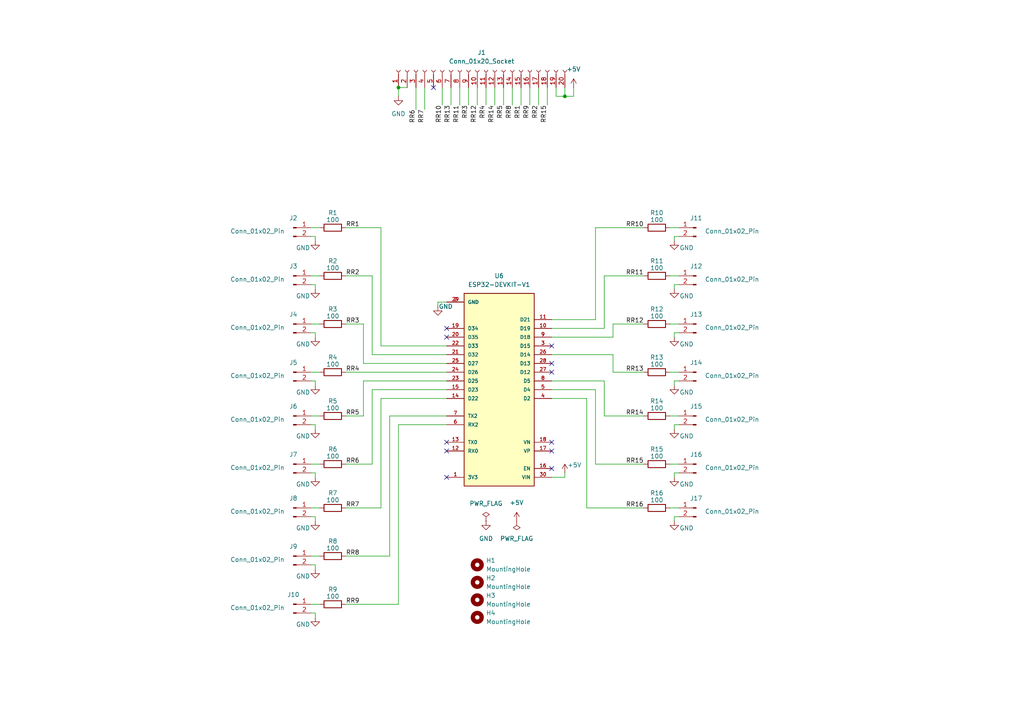
<source format=kicad_sch>
(kicad_sch (version 20231120) (generator "eeschema") (generator_version "8.0")
  (paper "A4")
  (lib_symbols
    (symbol "Connector:Conn_01x02_Pin" (pin_names (offset 1.016) hide)
      (property "Reference" "J" (at 0 2.54 0))
      (property "Value" "Conn_01x02_Pin" (at 0 -5.08 0))
      (symbol "Conn_01x02_Pin_1_1"
        (polyline (pts (xy 1.27 -2.54) (xy 0.8636 -2.54)) (stroke (width 0.1524)))
        (polyline (pts (xy 1.27 0) (xy 0.8636 0)) (stroke (width 0.1524)))
        (rectangle (start 0.8636 -2.413) (end 0 -2.667) (stroke (width 0.1524)) (fill (type outline)))
        (rectangle (start 0.8636 0.127) (end 0 -0.127) (stroke (width 0.1524)) (fill (type outline)))
        (pin passive line (at 5.08 0 180) (length 3.81) (name "Pin_1") (number "1"))
        (pin passive line (at 5.08 -2.54 180) (length 3.81) (name "Pin_2") (number "2"))
      )
    )
    (symbol "Connector:Conn_01x20_Socket" (pin_names (offset 1.016) hide)
      (property "Reference" "J" (at 0 25.4 0))
      (property "Value" "Conn_01x20_Socket" (at 0 -27.94 0))
      (symbol "Conn_01x20_Socket_1_1"
        (arc (start 0 -24.892) (mid -0.5058 -25.4) (end 0 -25.908) (stroke (width 0.1524)))
        (arc (start 0 -22.352) (mid -0.5058 -22.86) (end 0 -23.368) (stroke (width 0.1524)))
        (arc (start 0 -19.812) (mid -0.5058 -20.32) (end 0 -20.828) (stroke (width 0.1524)))
        (arc (start 0 -17.272) (mid -0.5058 -17.78) (end 0 -18.288) (stroke (width 0.1524)))
        (arc (start 0 -14.732) (mid -0.5058 -15.24) (end 0 -15.748) (stroke (width 0.1524)))
        (arc (start 0 -12.192) (mid -0.5058 -12.7) (end 0 -13.208) (stroke (width 0.1524)))
        (arc (start 0 -9.652) (mid -0.5058 -10.16) (end 0 -10.668) (stroke (width 0.1524)))
        (arc (start 0 -7.112) (mid -0.5058 -7.62) (end 0 -8.128) (stroke (width 0.1524)))
        (arc (start 0 -4.572) (mid -0.5058 -5.08) (end 0 -5.588) (stroke (width 0.1524)))
        (arc (start 0 -2.032) (mid -0.5058 -2.54) (end 0 -3.048) (stroke (width 0.1524)))
        (polyline (pts (xy -1.27 -25.4) (xy -0.508 -25.4)) (stroke (width 0.1524)))
        (polyline (pts (xy -1.27 -22.86) (xy -0.508 -22.86)) (stroke (width 0.1524)))
        (polyline (pts (xy -1.27 -20.32) (xy -0.508 -20.32)) (stroke (width 0.1524)))
        (polyline (pts (xy -1.27 -17.78) (xy -0.508 -17.78)) (stroke (width 0.1524)))
        (polyline (pts (xy -1.27 -15.24) (xy -0.508 -15.24)) (stroke (width 0.1524)))
        (polyline (pts (xy -1.27 -12.7) (xy -0.508 -12.7)) (stroke (width 0.1524)))
        (polyline (pts (xy -1.27 -10.16) (xy -0.508 -10.16)) (stroke (width 0.1524)))
        (polyline (pts (xy -1.27 -7.62) (xy -0.508 -7.62)) (stroke (width 0.1524)))
        (polyline (pts (xy -1.27 -5.08) (xy -0.508 -5.08)) (stroke (width 0.1524)))
        (polyline (pts (xy -1.27 -2.54) (xy -0.508 -2.54)) (stroke (width 0.1524)))
        (polyline (pts (xy -1.27 0) (xy -0.508 0)) (stroke (width 0.1524)))
        (polyline (pts (xy -1.27 2.54) (xy -0.508 2.54)) (stroke (width 0.1524)))
        (polyline (pts (xy -1.27 5.08) (xy -0.508 5.08)) (stroke (width 0.1524)))
        (polyline (pts (xy -1.27 7.62) (xy -0.508 7.62)) (stroke (width 0.1524)))
        (polyline (pts (xy -1.27 10.16) (xy -0.508 10.16)) (stroke (width 0.1524)))
        (polyline (pts (xy -1.27 12.7) (xy -0.508 12.7)) (stroke (width 0.1524)))
        (polyline (pts (xy -1.27 15.24) (xy -0.508 15.24)) (stroke (width 0.1524)))
        (polyline (pts (xy -1.27 17.78) (xy -0.508 17.78)) (stroke (width 0.1524)))
        (polyline (pts (xy -1.27 20.32) (xy -0.508 20.32)) (stroke (width 0.1524)))
        (polyline (pts (xy -1.27 22.86) (xy -0.508 22.86)) (stroke (width 0.1524)))
        (arc (start 0 0.508) (mid -0.5058 0) (end 0 -0.508) (stroke (width 0.1524)))
        (arc (start 0 3.048) (mid -0.5058 2.54) (end 0 2.032) (stroke (width 0.1524)))
        (arc (start 0 5.588) (mid -0.5058 5.08) (end 0 4.572) (stroke (width 0.1524)))
        (arc (start 0 8.128) (mid -0.5058 7.62) (end 0 7.112) (stroke (width 0.1524)))
        (arc (start 0 10.668) (mid -0.5058 10.16) (end 0 9.652) (stroke (width 0.1524)))
        (arc (start 0 13.208) (mid -0.5058 12.7) (end 0 12.192) (stroke (width 0.1524)))
        (arc (start 0 15.748) (mid -0.5058 15.24) (end 0 14.732) (stroke (width 0.1524)))
        (arc (start 0 18.288) (mid -0.5058 17.78) (end 0 17.272) (stroke (width 0.1524)))
        (arc (start 0 20.828) (mid -0.5058 20.32) (end 0 19.812) (stroke (width 0.1524)))
        (arc (start 0 23.368) (mid -0.5058 22.86) (end 0 22.352) (stroke (width 0.1524)))
        (pin passive line (at -5.08 22.86 0) (length 3.81) (name "Pin_1") (number "1"))
        (pin passive line (at -5.08 0 0) (length 3.81) (name "Pin_10") (number "10"))
        (pin passive line (at -5.08 -2.54 0) (length 3.81) (name "Pin_11") (number "11"))
        (pin passive line (at -5.08 -5.08 0) (length 3.81) (name "Pin_12") (number "12"))
        (pin passive line (at -5.08 -7.62 0) (length 3.81) (name "Pin_13") (number "13"))
        (pin passive line (at -5.08 -10.16 0) (length 3.81) (name "Pin_14") (number "14"))
        (pin passive line (at -5.08 -12.7 0) (length 3.81) (name "Pin_15") (number "15"))
        (pin passive line (at -5.08 -15.24 0) (length 3.81) (name "Pin_16") (number "16"))
        (pin passive line (at -5.08 -17.78 0) (length 3.81) (name "Pin_17") (number "17"))
        (pin passive line (at -5.08 -20.32 0) (length 3.81) (name "Pin_18") (number "18"))
        (pin passive line (at -5.08 -22.86 0) (length 3.81) (name "Pin_19") (number "19"))
        (pin passive line (at -5.08 20.32 0) (length 3.81) (name "Pin_2") (number "2"))
        (pin passive line (at -5.08 -25.4 0) (length 3.81) (name "Pin_20") (number "20"))
        (pin passive line (at -5.08 17.78 0) (length 3.81) (name "Pin_3") (number "3"))
        (pin passive line (at -5.08 15.24 0) (length 3.81) (name "Pin_4") (number "4"))
        (pin passive line (at -5.08 12.7 0) (length 3.81) (name "Pin_5") (number "5"))
        (pin passive line (at -5.08 10.16 0) (length 3.81) (name "Pin_6") (number "6"))
        (pin passive line (at -5.08 7.62 0) (length 3.81) (name "Pin_7") (number "7"))
        (pin passive line (at -5.08 5.08 0) (length 3.81) (name "Pin_8") (number "8"))
        (pin passive line (at -5.08 2.54 0) (length 3.81) (name "Pin_9") (number "9"))
      )
    )
    (symbol "Device:R" (pin_numbers hide) (pin_names (offset 0))
      (property "Reference" "R" (at 2.032 0 90))
      (property "Value" "R" (at 0 0 90))
      (symbol "R_0_1"
        (rectangle (start -1.016 -2.54) (end 1.016 2.54) (stroke (width 0.254)))
      )
      (symbol "R_1_1"
        (pin passive line (at 0 3.81 270) (length 1.27) (name "~") (number "1"))
        (pin passive line (at 0 -3.81 90) (length 1.27) (name "~") (number "2"))
      )
    )
    (symbol "ESP32-DEVKIT-V1:ESP32-DEVKIT-V1" (pin_names (offset 1.016))
      (property "Reference" "U" (at -10.16 30.48 0))
      (property "Value" "ESP32-DEVKIT-V1" (at -10.16 -30.48 0))
      (symbol "ESP32-DEVKIT-V1_0_0"
        (rectangle (start -10.16 -27.94) (end 10.16 27.94) (stroke (width 0.254)) (fill (type background)))
        (pin output line (at 15.24 25.4 180) (length 5.08) (name "3V3") (number "1"))
        (pin bidirectional line (at -15.24 -17.78 0) (length 5.08) (name "D19") (number "10"))
        (pin bidirectional line (at -15.24 -20.32 0) (length 5.08) (name "D21") (number "11"))
        (pin input line (at 15.24 17.78 180) (length 5.08) (name "RX0") (number "12"))
        (pin output line (at 15.24 15.24 180) (length 5.08) (name "TX0") (number "13"))
        (pin bidirectional line (at 15.24 2.54 180) (length 5.08) (name "D22") (number "14"))
        (pin bidirectional line (at 15.24 0 180) (length 5.08) (name "D23") (number "15"))
        (pin input line (at -15.24 22.86 0) (length 5.08) (name "EN") (number "16"))
        (pin bidirectional line (at -15.24 17.78 0) (length 5.08) (name "VP") (number "17"))
        (pin bidirectional line (at -15.24 15.24 0) (length 5.08) (name "VN") (number "18"))
        (pin bidirectional line (at 15.24 -17.78 180) (length 5.08) (name "D34") (number "19"))
        (pin power_in line (at 15.24 -25.4 180) (length 5.08) (name "GND") (number "2"))
        (pin bidirectional line (at 15.24 -15.24 180) (length 5.08) (name "D35") (number "20"))
        (pin bidirectional line (at 15.24 -10.16 180) (length 5.08) (name "D32") (number "21"))
        (pin bidirectional line (at 15.24 -12.7 180) (length 5.08) (name "D33") (number "22"))
        (pin bidirectional line (at 15.24 -2.54 180) (length 5.08) (name "D25") (number "23"))
        (pin bidirectional line (at 15.24 -5.08 180) (length 5.08) (name "D26") (number "24"))
        (pin bidirectional line (at 15.24 -7.62 180) (length 5.08) (name "D27") (number "25"))
        (pin bidirectional line (at -15.24 -10.16 0) (length 5.08) (name "D14") (number "26"))
        (pin bidirectional line (at -15.24 -5.08 0) (length 5.08) (name "D12") (number "27"))
        (pin bidirectional line (at -15.24 -7.62 0) (length 5.08) (name "D13") (number "28"))
        (pin power_in line (at 15.24 -25.4 180) (length 5.08) (name "GND") (number "29"))
        (pin bidirectional line (at -15.24 -12.7 0) (length 5.08) (name "D15") (number "3"))
        (pin input line (at -15.24 25.4 0) (length 5.08) (name "VIN") (number "30"))
        (pin bidirectional line (at -15.24 2.54 0) (length 5.08) (name "D2") (number "4"))
        (pin bidirectional line (at -15.24 0 0) (length 5.08) (name "D4") (number "5"))
        (pin input line (at 15.24 10.16 180) (length 5.08) (name "RX2") (number "6"))
        (pin output line (at 15.24 7.62 180) (length 5.08) (name "TX2") (number "7"))
        (pin bidirectional line (at -15.24 -2.54 0) (length 5.08) (name "D5") (number "8"))
        (pin bidirectional line (at -15.24 -15.24 0) (length 5.08) (name "D18") (number "9"))
      )
    )
    (symbol "Mechanical:MountingHole" (pin_names (offset 1.016)) (exclude_from_sim yes) (in_bom no)
      (property "Reference" "H" (at 0 5.08 0))
      (property "Value" "MountingHole" (at 0 3.175 0))
      (symbol "MountingHole_0_1"
        (circle (center 0 0) (radius 1.27) (stroke (width 1.27)))
      )
    )
    (symbol "power:+5V" (power) (pin_numbers hide) (pin_names (offset 0) hide)
      (property "Value" "+5V" (at 0 3.556 0))
      (symbol "+5V_0_1"
        (polyline (pts (xy -0.762 1.27) (xy 0 2.54)))
        (polyline (pts (xy 0 0) (xy 0 2.54)))
        (polyline (pts (xy 0 2.54) (xy 0.762 1.27)))
      )
      (symbol "+5V_1_1"
        (pin power_in line (at 0 0 90) (length 0) (name "~") (number "1"))
      )
    )
    (symbol "power:GND" (power) (pin_numbers hide) (pin_names (offset 0) hide)
      (property "Value" "GND" (at 0 -3.81 0))
      (symbol "GND_0_1"
        (polyline (pts (xy 0 0) (xy 0 -1.27) (xy 1.27 -1.27) (xy 0 -2.54) (xy -1.27 -1.27) (xy 0 -1.27)))
      )
      (symbol "GND_1_1"
        (pin power_in line (at 0 0 270) (length 0) (name "~") (number "1"))
      )
    )
    (symbol "power:PWR_FLAG" (power) (pin_numbers hide) (pin_names (offset 0) hide)
      (property "Value" "PWR_FLAG" (at 0 3.81 0))
      (symbol "PWR_FLAG_0_0"
        (pin power_out line (at 0 0 90) (length 0) (name "~") (number "1"))
      )
      (symbol "PWR_FLAG_0_1"
        (polyline (pts (xy 0 0) (xy 0 1.27) (xy -1.016 1.905) (xy 0 2.54) (xy 1.016 1.905) (xy 0 1.27)))
      )
    )
  )
  (junction (at 163.83 27.94))
  (junction (at 115.57 25.4))
  (no_connect (at 160.02 135.89))
  (no_connect (at 129.54 138.43))
  (no_connect (at 129.54 130.81))
  (no_connect (at 160.02 105.41))
  (no_connect (at 129.54 128.27))
  (no_connect (at 129.54 95.25))
  (no_connect (at 125.73 25.4))
  (no_connect (at 160.02 130.81))
  (no_connect (at 160.02 100.33))
  (no_connect (at 129.54 97.79))
  (no_connect (at 160.02 128.27))
  (no_connect (at 160.02 107.95))
  (wire (pts (xy 129.54 113.03) (xy 107.95 113.03)))
  (wire (pts (xy 186.69 66.04) (xy 172.72 66.04)))
  (wire (pts (xy 177.8 93.98) (xy 177.8 97.79)))
  (wire (pts (xy 90.17 96.52) (xy 91.44 96.52)))
  (wire (pts (xy 100.33 93.98) (xy 105.41 93.98)))
  (wire (pts (xy 107.95 102.87) (xy 129.54 102.87)))
  (wire (pts (xy 186.69 80.01) (xy 175.26 80.01)))
  (wire (pts (xy 195.58 96.52) (xy 195.58 97.79)))
  (wire (pts (xy 91.44 110.49) (xy 91.44 111.76)))
  (wire (pts (xy 91.44 96.52) (xy 91.44 97.79)))
  (wire (pts (xy 186.69 134.62) (xy 172.72 134.62)))
  (wire (pts (xy 100.33 147.32) (xy 110.49 147.32)))
  (wire (pts (xy 140.97 25.4) (xy 140.97 30.48)))
  (wire (pts (xy 135.89 25.4) (xy 135.89 30.48)))
  (wire (pts (xy 100.33 175.26) (xy 115.57 175.26)))
  (wire (pts (xy 105.41 105.41) (xy 129.54 105.41)))
  (wire (pts (xy 186.69 147.32) (xy 170.18 147.32)))
  (wire (pts (xy 196.85 93.98) (xy 194.31 93.98)))
  (wire (pts (xy 90.17 123.19) (xy 91.44 123.19)))
  (wire (pts (xy 196.85 120.65) (xy 194.31 120.65)))
  (wire (pts (xy 100.33 120.65) (xy 105.41 120.65)))
  (wire (pts (xy 91.44 149.86) (xy 91.44 151.13)))
  (wire (pts (xy 195.58 149.86) (xy 195.58 151.13)))
  (wire (pts (xy 107.95 80.01) (xy 107.95 102.87)))
  (wire (pts (xy 146.05 30.48) (xy 146.05 25.4)))
  (wire (pts (xy 129.54 110.49) (xy 105.41 110.49)))
  (wire (pts (xy 160.02 97.79) (xy 177.8 97.79)))
  (wire (pts (xy 196.85 68.58) (xy 195.58 68.58)))
  (wire (pts (xy 90.17 93.98) (xy 92.71 93.98)))
  (wire (pts (xy 110.49 115.57) (xy 129.54 115.57)))
  (wire (pts (xy 100.33 66.04) (xy 110.49 66.04)))
  (wire (pts (xy 163.83 138.43) (xy 160.02 138.43)))
  (wire (pts (xy 148.59 30.48) (xy 148.59 25.4)))
  (wire (pts (xy 196.85 96.52) (xy 195.58 96.52)))
  (wire (pts (xy 158.75 30.48) (xy 158.75 25.4)))
  (wire (pts (xy 90.17 137.16) (xy 91.44 137.16)))
  (wire (pts (xy 107.95 113.03) (xy 107.95 134.62)))
  (wire (pts (xy 160.02 102.87) (xy 177.8 102.87)))
  (wire (pts (xy 196.85 82.55) (xy 195.58 82.55)))
  (wire (pts (xy 196.85 149.86) (xy 195.58 149.86)))
  (wire (pts (xy 172.72 134.62) (xy 172.72 113.03)))
  (wire (pts (xy 196.85 123.19) (xy 195.58 123.19)))
  (wire (pts (xy 128.27 25.4) (xy 128.27 30.48)))
  (wire (pts (xy 196.85 66.04) (xy 194.31 66.04)))
  (wire (pts (xy 90.17 163.83) (xy 91.44 163.83)))
  (wire (pts (xy 90.17 120.65) (xy 92.71 120.65)))
  (wire (pts (xy 100.33 107.95) (xy 129.54 107.95)))
  (wire (pts (xy 195.58 137.16) (xy 195.58 138.43)))
  (wire (pts (xy 160.02 115.57) (xy 170.18 115.57)))
  (wire (pts (xy 90.17 161.29) (xy 92.71 161.29)))
  (wire (pts (xy 90.17 149.86) (xy 91.44 149.86)))
  (wire (pts (xy 177.8 107.95) (xy 186.69 107.95)))
  (wire (pts (xy 115.57 175.26) (xy 115.57 123.19)))
  (wire (pts (xy 115.57 123.19) (xy 129.54 123.19)))
  (wire (pts (xy 90.17 177.8) (xy 91.44 177.8)))
  (wire (pts (xy 196.85 137.16) (xy 195.58 137.16)))
  (wire (pts (xy 196.85 110.49) (xy 195.58 110.49)))
  (wire (pts (xy 91.44 68.58) (xy 91.44 69.85)))
  (wire (pts (xy 163.83 25.4) (xy 163.83 27.94)))
  (wire (pts (xy 161.29 27.94) (xy 163.83 27.94)))
  (wire (pts (xy 160.02 95.25) (xy 175.26 95.25)))
  (wire (pts (xy 90.17 175.26) (xy 92.71 175.26)))
  (wire (pts (xy 195.58 82.55) (xy 195.58 83.82)))
  (wire (pts (xy 110.49 147.32) (xy 110.49 115.57)))
  (wire (pts (xy 100.33 161.29) (xy 113.03 161.29)))
  (wire (pts (xy 115.57 25.4) (xy 115.57 27.94)))
  (wire (pts (xy 90.17 82.55) (xy 91.44 82.55)))
  (wire (pts (xy 100.33 80.01) (xy 107.95 80.01)))
  (wire (pts (xy 151.13 30.48) (xy 151.13 25.4)))
  (wire (pts (xy 91.44 177.8) (xy 91.44 179.07)))
  (wire (pts (xy 115.57 25.4) (xy 118.11 25.4)))
  (wire (pts (xy 163.83 137.16) (xy 163.83 138.43)))
  (wire (pts (xy 90.17 134.62) (xy 92.71 134.62)))
  (wire (pts (xy 153.67 30.48) (xy 153.67 25.4)))
  (wire (pts (xy 138.43 25.4) (xy 138.43 30.48)))
  (wire (pts (xy 105.41 110.49) (xy 105.41 120.65)))
  (wire (pts (xy 90.17 110.49) (xy 91.44 110.49)))
  (wire (pts (xy 160.02 92.71) (xy 172.72 92.71)))
  (wire (pts (xy 175.26 80.01) (xy 175.26 95.25)))
  (wire (pts (xy 172.72 66.04) (xy 172.72 92.71)))
  (wire (pts (xy 110.49 66.04) (xy 110.49 100.33)))
  (wire (pts (xy 91.44 123.19) (xy 91.44 124.46)))
  (wire (pts (xy 156.21 30.48) (xy 156.21 25.4)))
  (wire (pts (xy 175.26 120.65) (xy 175.26 110.49)))
  (wire (pts (xy 90.17 80.01) (xy 92.71 80.01)))
  (wire (pts (xy 120.65 25.4) (xy 120.65 31.75)))
  (wire (pts (xy 113.03 161.29) (xy 113.03 120.65)))
  (wire (pts (xy 113.03 120.65) (xy 129.54 120.65)))
  (wire (pts (xy 90.17 147.32) (xy 92.71 147.32)))
  (wire (pts (xy 130.81 25.4) (xy 130.81 30.48)))
  (wire (pts (xy 161.29 25.4) (xy 161.29 27.94)))
  (wire (pts (xy 196.85 107.95) (xy 194.31 107.95)))
  (wire (pts (xy 172.72 113.03) (xy 160.02 113.03)))
  (wire (pts (xy 90.17 68.58) (xy 91.44 68.58)))
  (wire (pts (xy 163.83 27.94) (xy 166.37 27.94)))
  (wire (pts (xy 100.33 134.62) (xy 107.95 134.62)))
  (wire (pts (xy 91.44 163.83) (xy 91.44 165.1)))
  (wire (pts (xy 195.58 68.58) (xy 195.58 69.85)))
  (wire (pts (xy 196.85 147.32) (xy 194.31 147.32)))
  (wire (pts (xy 90.17 107.95) (xy 92.71 107.95)))
  (wire (pts (xy 186.69 120.65) (xy 175.26 120.65)))
  (wire (pts (xy 170.18 147.32) (xy 170.18 115.57)))
  (wire (pts (xy 186.69 93.98) (xy 177.8 93.98)))
  (wire (pts (xy 105.41 93.98) (xy 105.41 105.41)))
  (wire (pts (xy 133.35 25.4) (xy 133.35 30.48)))
  (wire (pts (xy 91.44 82.55) (xy 91.44 83.82)))
  (wire (pts (xy 195.58 110.49) (xy 195.58 111.76)))
  (wire (pts (xy 177.8 102.87) (xy 177.8 107.95)))
  (wire (pts (xy 196.85 134.62) (xy 194.31 134.62)))
  (wire (pts (xy 196.85 80.01) (xy 194.31 80.01)))
  (wire (pts (xy 160.02 110.49) (xy 175.26 110.49)))
  (wire (pts (xy 110.49 100.33) (xy 129.54 100.33)))
  (wire (pts (xy 90.17 66.04) (xy 92.71 66.04)))
  (wire (pts (xy 91.44 137.16) (xy 91.44 138.43)))
  (wire (pts (xy 127 88.9) (xy 127 87.63)))
  (wire (pts (xy 166.37 25.4) (xy 166.37 27.94)))
  (wire (pts (xy 127 87.63) (xy 129.54 87.63)))
  (wire (pts (xy 143.51 30.48) (xy 143.51 25.4)))
  (wire (pts (xy 195.58 123.19) (xy 195.58 124.46)))
  (wire (pts (xy 123.19 25.4) (xy 123.19 31.75)))
  (label "RR11" (at 133.35 30.48 270))
  (label "RR5" (at 100.33 120.65 0))
  (label "RR5" (at 146.05 30.48 270))
  (label "RR3" (at 100.33 93.98 0))
  (label "RR6" (at 120.65 31.75 270))
  (label "RR9" (at 100.33 175.26 0))
  (label "RR2" (at 100.33 80.01 0))
  (label "RR4" (at 140.97 30.48 270))
  (label "RR14" (at 186.69 120.65 180))
  (label "RR3" (at 135.89 30.48 270))
  (label "RR13" (at 186.69 107.95 180))
  (label "RR11" (at 186.69 80.01 180))
  (label "RR15" (at 186.69 134.62 180))
  (label "RR8" (at 100.33 161.29 0))
  (label "RR12" (at 186.69 93.98 180))
  (label "RR12" (at 138.43 30.48 270))
  (label "RR1" (at 100.33 66.04 0))
  (label "RR4" (at 100.33 107.95 0))
  (label "RR7" (at 100.33 147.32 0))
  (label "RR6" (at 100.33 134.62 0))
  (label "RR1" (at 151.13 30.48 270))
  (label "RR16" (at 186.69 147.32 180))
  (label "RR10" (at 186.69 66.04 180))
  (label "RR8" (at 148.59 30.48 270))
  (label "RR14" (at 143.51 30.48 270))
  (label "RR7" (at 123.19 31.75 270))
  (label "RR9" (at 153.67 30.48 270))
  (label "RR10" (at 128.27 30.48 270))
  (label "RR15" (at 158.75 30.48 270))
  (label "RR13" (at 130.81 30.48 270))
  (label "RR2" (at 156.21 30.48 270))
  (symbol (lib_id "Connector:Conn_01x02_Pin") (at 85.09 93.98 0) (unit 1)
    (property "Reference" "J4" (at 85.09 91.186 0))
    (property "Value" "Conn_01x02_Pin" (at 74.676 94.996 0))
    (property "Footprint" "Addlibrary:PinHeader_1x02_P2.54mm_VerticalLongPads" (effects (hide yes)))
    (property "Description" "Generic connector, single row, 01x02, script generated" (effects (hide yes)))
  )
  (symbol (lib_id "Connector:Conn_01x02_Pin") (at 85.09 66.04 0) (unit 1)
    (property "Reference" "J2" (at 85.09 63.246 0))
    (property "Value" "Conn_01x02_Pin" (at 74.676 67.056 0))
    (property "Footprint" "Addlibrary:PinHeader_1x02_P2.54mm_VerticalLongPads" (effects (hide yes)))
    (property "Description" "Generic connector, single row, 01x02, script generated" (effects (hide yes)))
  )
  (symbol (lib_id "Connector:Conn_01x02_Pin") (at 85.09 161.29 0) (unit 1)
    (property "Reference" "J9" (at 85.09 158.496 0))
    (property "Value" "Conn_01x02_Pin" (at 74.676 162.306 0))
    (property "Footprint" "Addlibrary:PinHeader_1x02_P2.54mm_VerticalLongPads" (effects (hide yes)))
    (property "Description" "Generic connector, single row, 01x02, script generated" (effects (hide yes)))
  )
  (symbol (lib_id "power:GND") (at 195.58 69.85 0) (mirror y) (unit 1)
    (property "Reference" "#PWR016" (effects (hide yes)))
    (property "Value" "GND" (at 199.136 71.882 0))
    (property "Description" "Power symbol creates a global label with name \"GND\" , ground" (effects (hide yes)))
  )
  (symbol (lib_id "power:GND") (at 195.58 124.46 0) (mirror y) (unit 1)
    (property "Reference" "#PWR020" (effects (hide yes)))
    (property "Value" "GND" (at 199.136 126.492 0))
    (property "Description" "Power symbol creates a global label with name \"GND\" , ground" (effects (hide yes)))
  )
  (symbol (lib_id "power:GND") (at 195.58 138.43 0) (mirror y) (unit 1)
    (property "Reference" "#PWR021" (effects (hide yes)))
    (property "Value" "GND" (at 199.136 140.462 0))
    (property "Description" "Power symbol creates a global label with name \"GND\" , ground" (effects (hide yes)))
  )
  (symbol (lib_id "Connector:Conn_01x20_Socket") (at 138.43 20.32 90) (unit 1)
    (property "Reference" "J1" (at 139.7 15.24 90))
    (property "Value" "Conn_01x20_Socket" (at 139.7 17.78 90))
    (property "Footprint" "Addlibrary:PinSocket_2x10_P2.54mm_VerticalLongPads" (effects (hide yes)))
    (property "Description" "Generic connector, single row, 01x20, script generated" (effects (hide yes)))
  )
  (symbol (lib_id "Connector:Conn_01x02_Pin") (at 85.09 80.01 0) (unit 1)
    (property "Reference" "J3" (at 85.09 77.216 0))
    (property "Value" "Conn_01x02_Pin" (at 74.676 81.026 0))
    (property "Footprint" "Addlibrary:PinHeader_1x02_P2.54mm_VerticalLongPads" (effects (hide yes)))
    (property "Description" "Generic connector, single row, 01x02, script generated" (effects (hide yes)))
  )
  (symbol (lib_id "Mechanical:MountingHole") (at 138.43 179.07 0) (unit 1) (exclude_from_sim yes) (in_bom no)
    (property "Reference" "H4" (at 140.97 177.7999 0) (effects (justify left)))
    (property "Value" "MountingHole" (at 140.97 180.3399 0) (effects (justify left)))
    (property "Footprint" "MountingHole:MountingHole_3.2mm_M3" (effects (hide yes)))
    (property "Description" "Mounting Hole without connection" (effects (hide yes)))
  )
  (symbol (lib_id "power:GND") (at 140.97 151.13 0) (unit 1)
    (property "Reference" "#PWR014" (effects (hide yes)))
    (property "Value" "GND" (at 140.97 156.21 0))
    (property "Description" "Power symbol creates a global label with name \"GND\" , ground" (effects (hide yes)))
  )
  (symbol (lib_id "Device:R") (at 96.52 175.26 90) (unit 1)
    (property "Reference" "R9" (at 96.52 170.942 90))
    (property "Value" "100" (at 96.52 172.974 90))
    (property "Footprint" "Addlibrary:R_Axial_DIN0411_L9.9mm_D3.6mm_P12.70mm_HorizontalLONGPADS" (effects (hide yes)))
    (property "Description" "Resistor" (effects (hide yes)))
  )
  (symbol (lib_id "power:GND") (at 195.58 111.76 0) (mirror y) (unit 1)
    (property "Reference" "#PWR019" (effects (hide yes)))
    (property "Value" "GND" (at 199.136 113.792 0))
    (property "Description" "Power symbol creates a global label with name \"GND\" , ground" (effects (hide yes)))
  )
  (symbol (lib_id "power:+5V") (at 149.86 151.13 0) (unit 1)
    (property "Reference" "#PWR015" (effects (hide yes)))
    (property "Value" "+5V" (at 151.892 145.796 0) (effects (justify right)))
    (property "Description" "Power symbol creates a global label with name \"+5V\"" (effects (hide yes)))
  )
  (symbol (lib_id "Connector:Conn_01x02_Pin") (at 201.93 147.32 0) (mirror y) (unit 1)
    (property "Reference" "J17" (at 201.93 144.526 0))
    (property "Value" "Conn_01x02_Pin" (at 212.344 148.336 0))
    (property "Footprint" "Addlibrary:PinHeader_1x02_P2.54mm_VerticalLongPads" (effects (hide yes)))
    (property "Description" "Generic connector, single row, 01x02, script generated" (effects (hide yes)))
  )
  (symbol (lib_id "Connector:Conn_01x02_Pin") (at 201.93 93.98 0) (mirror y) (unit 1)
    (property "Reference" "J13" (at 201.93 91.186 0))
    (property "Value" "Conn_01x02_Pin" (at 212.344 94.996 0))
    (property "Footprint" "Addlibrary:PinHeader_1x02_P2.54mm_VerticalLongPads" (effects (hide yes)))
    (property "Description" "Generic connector, single row, 01x02, script generated" (effects (hide yes)))
  )
  (symbol (lib_id "Device:R") (at 190.5 120.65 270) (mirror x) (unit 1)
    (property "Reference" "R14" (at 190.5 116.332 90))
    (property "Value" "100" (at 190.5 118.364 90))
    (property "Footprint" "Addlibrary:R_Axial_DIN0411_L9.9mm_D3.6mm_P12.70mm_HorizontalLONGPADS" (effects (hide yes)))
    (property "Description" "Resistor" (effects (hide yes)))
  )
  (symbol (lib_id "power:GND") (at 91.44 124.46 0) (unit 1)
    (property "Reference" "#PWR09" (effects (hide yes)))
    (property "Value" "GND" (at 87.884 126.492 0))
    (property "Description" "Power symbol creates a global label with name \"GND\" , ground" (effects (hide yes)))
  )
  (symbol (lib_id "power:GND") (at 195.58 97.79 0) (mirror y) (unit 1)
    (property "Reference" "#PWR018" (effects (hide yes)))
    (property "Value" "GND" (at 199.136 99.822 0))
    (property "Description" "Power symbol creates a global label with name \"GND\" , ground" (effects (hide yes)))
  )
  (symbol (lib_id "Device:R") (at 190.5 93.98 270) (mirror x) (unit 1)
    (property "Reference" "R12" (at 190.5 89.662 90))
    (property "Value" "100" (at 190.5 91.694 90))
    (property "Footprint" "Addlibrary:R_Axial_DIN0411_L9.9mm_D3.6mm_P12.70mm_HorizontalLONGPADS" (effects (hide yes)))
    (property "Description" "Resistor" (effects (hide yes)))
  )
  (symbol (lib_id "power:PWR_FLAG") (at 149.86 151.13 180) (unit 1)
    (property "Reference" "#FLG03" (effects (hide yes)))
    (property "Value" "PWR_FLAG" (at 149.86 156.21 0))
    (property "Description" "Special symbol for telling ERC where power comes from" (effects (hide yes)))
  )
  (symbol (lib_id "Connector:Conn_01x02_Pin") (at 201.93 107.95 0) (mirror y) (unit 1)
    (property "Reference" "J14" (at 201.93 105.156 0))
    (property "Value" "Conn_01x02_Pin" (at 212.344 108.966 0))
    (property "Footprint" "Addlibrary:PinHeader_1x02_P2.54mm_VerticalLongPads" (effects (hide yes)))
    (property "Description" "Generic connector, single row, 01x02, script generated" (effects (hide yes)))
  )
  (symbol (lib_id "power:GND") (at 91.44 165.1 0) (unit 1)
    (property "Reference" "#PWR012" (effects (hide yes)))
    (property "Value" "GND" (at 87.884 167.132 0))
    (property "Description" "Power symbol creates a global label with name \"GND\" , ground" (effects (hide yes)))
  )
  (symbol (lib_id "Device:R") (at 96.52 66.04 90) (unit 1)
    (property "Reference" "R1" (at 96.52 61.722 90))
    (property "Value" "100" (at 96.52 63.754 90))
    (property "Footprint" "Addlibrary:R_Axial_DIN0411_L9.9mm_D3.6mm_P12.70mm_HorizontalLONGPADS" (effects (hide yes)))
    (property "Description" "Resistor" (effects (hide yes)))
  )
  (symbol (lib_id "Device:R") (at 190.5 107.95 270) (mirror x) (unit 1)
    (property "Reference" "R13" (at 190.5 103.632 90))
    (property "Value" "100" (at 190.5 105.664 90))
    (property "Footprint" "Addlibrary:R_Axial_DIN0411_L9.9mm_D3.6mm_P12.70mm_HorizontalLONGPADS" (effects (hide yes)))
    (property "Description" "Resistor" (effects (hide yes)))
  )
  (symbol (lib_id "power:GND") (at 91.44 69.85 0) (unit 1)
    (property "Reference" "#PWR03" (effects (hide yes)))
    (property "Value" "GND" (at 87.884 71.882 0))
    (property "Description" "Power symbol creates a global label with name \"GND\" , ground" (effects (hide yes)))
  )
  (symbol (lib_id "Connector:Conn_01x02_Pin") (at 201.93 66.04 0) (mirror y) (unit 1)
    (property "Reference" "J11" (at 201.93 63.246 0))
    (property "Value" "Conn_01x02_Pin" (at 212.344 67.056 0))
    (property "Footprint" "Addlibrary:PinHeader_1x02_P2.54mm_VerticalLongPads" (effects (hide yes)))
    (property "Description" "Generic connector, single row, 01x02, script generated" (effects (hide yes)))
  )
  (symbol (lib_id "Device:R") (at 190.5 134.62 270) (mirror x) (unit 1)
    (property "Reference" "R15" (at 190.5 130.302 90))
    (property "Value" "100" (at 190.5 132.334 90))
    (property "Footprint" "Addlibrary:R_Axial_DIN0411_L9.9mm_D3.6mm_P12.70mm_HorizontalLONGPADS" (effects (hide yes)))
    (property "Description" "Resistor" (effects (hide yes)))
  )
  (symbol (lib_id "Mechanical:MountingHole") (at 138.43 173.99 0) (unit 1) (exclude_from_sim yes) (in_bom no)
    (property "Reference" "H3" (at 140.97 172.7199 0) (effects (justify left)))
    (property "Value" "MountingHole" (at 140.97 175.2599 0) (effects (justify left)))
    (property "Footprint" "MountingHole:MountingHole_3.2mm_M3" (effects (hide yes)))
    (property "Description" "Mounting Hole without connection" (effects (hide yes)))
  )
  (symbol (lib_id "power:GND") (at 91.44 151.13 0) (unit 1)
    (property "Reference" "#PWR011" (effects (hide yes)))
    (property "Value" "GND" (at 87.884 153.162 0))
    (property "Description" "Power symbol creates a global label with name \"GND\" , ground" (effects (hide yes)))
  )
  (symbol (lib_id "power:GND") (at 91.44 83.82 0) (unit 1)
    (property "Reference" "#PWR04" (effects (hide yes)))
    (property "Value" "GND" (at 87.884 85.852 0))
    (property "Description" "Power symbol creates a global label with name \"GND\" , ground" (effects (hide yes)))
  )
  (symbol (lib_id "power:GND") (at 91.44 138.43 0) (unit 1)
    (property "Reference" "#PWR010" (effects (hide yes)))
    (property "Value" "GND" (at 87.884 140.462 0))
    (property "Description" "Power symbol creates a global label with name \"GND\" , ground" (effects (hide yes)))
  )
  (symbol (lib_id "power:GND") (at 91.44 179.07 0) (unit 1)
    (property "Reference" "#PWR013" (effects (hide yes)))
    (property "Value" "GND" (at 87.884 181.102 0))
    (property "Description" "Power symbol creates a global label with name \"GND\" , ground" (effects (hide yes)))
  )
  (symbol (lib_id "Device:R") (at 190.5 80.01 270) (mirror x) (unit 1)
    (property "Reference" "R11" (at 190.5 75.692 90))
    (property "Value" "100" (at 190.5 77.724 90))
    (property "Footprint" "Addlibrary:R_Axial_DIN0411_L9.9mm_D3.6mm_P12.70mm_HorizontalLONGPADS" (effects (hide yes)))
    (property "Description" "Resistor" (effects (hide yes)))
  )
  (symbol (lib_id "power:GND") (at 115.57 27.94 0) (unit 1)
    (property "Reference" "#PWR06" (effects (hide yes)))
    (property "Value" "GND" (at 115.57 33.02 0))
    (property "Description" "Power symbol creates a global label with name \"GND\" , ground" (effects (hide yes)))
  )
  (symbol (lib_id "Connector:Conn_01x02_Pin") (at 85.09 147.32 0) (unit 1)
    (property "Reference" "J8" (at 85.09 144.526 0))
    (property "Value" "Conn_01x02_Pin" (at 74.676 148.336 0))
    (property "Footprint" "Addlibrary:PinHeader_1x02_P2.54mm_VerticalLongPads" (effects (hide yes)))
    (property "Description" "Generic connector, single row, 01x02, script generated" (effects (hide yes)))
  )
  (symbol (lib_id "Device:R") (at 96.52 134.62 90) (unit 1)
    (property "Reference" "R6" (at 96.52 130.302 90))
    (property "Value" "100" (at 96.52 132.334 90))
    (property "Footprint" "Addlibrary:R_Axial_DIN0411_L9.9mm_D3.6mm_P12.70mm_HorizontalLONGPADS" (effects (hide yes)))
    (property "Description" "Resistor" (effects (hide yes)))
  )
  (symbol (lib_id "Connector:Conn_01x02_Pin") (at 85.09 107.95 0) (unit 1)
    (property "Reference" "J5" (at 85.09 105.156 0))
    (property "Value" "Conn_01x02_Pin" (at 74.676 108.966 0))
    (property "Footprint" "Addlibrary:PinHeader_1x02_P2.54mm_VerticalLongPads" (effects (hide yes)))
    (property "Description" "Generic connector, single row, 01x02, script generated" (effects (hide yes)))
  )
  (symbol (lib_id "Connector:Conn_01x02_Pin") (at 85.09 120.65 0) (unit 1)
    (property "Reference" "J6" (at 85.09 117.856 0))
    (property "Value" "Conn_01x02_Pin" (at 74.676 121.666 0))
    (property "Footprint" "Addlibrary:PinHeader_1x02_P2.54mm_VerticalLongPads" (effects (hide yes)))
    (property "Description" "Generic connector, single row, 01x02, script generated" (effects (hide yes)))
  )
  (symbol (lib_id "Connector:Conn_01x02_Pin") (at 201.93 80.01 0) (mirror y) (unit 1)
    (property "Reference" "J12" (at 201.93 77.216 0))
    (property "Value" "Conn_01x02_Pin" (at 212.344 81.026 0))
    (property "Footprint" "Addlibrary:PinHeader_1x02_P2.54mm_VerticalLongPads" (effects (hide yes)))
    (property "Description" "Generic connector, single row, 01x02, script generated" (effects (hide yes)))
  )
  (symbol (lib_id "Device:R") (at 96.52 161.29 90) (unit 1)
    (property "Reference" "R8" (at 96.52 156.972 90))
    (property "Value" "100" (at 96.52 159.004 90))
    (property "Footprint" "Addlibrary:R_Axial_DIN0411_L9.9mm_D3.6mm_P12.70mm_HorizontalLONGPADS" (effects (hide yes)))
    (property "Description" "Resistor" (effects (hide yes)))
  )
  (symbol (lib_id "Connector:Conn_01x02_Pin") (at 201.93 120.65 0) (mirror y) (unit 1)
    (property "Reference" "J15" (at 201.93 117.856 0))
    (property "Value" "Conn_01x02_Pin" (at 212.344 121.666 0))
    (property "Footprint" "Addlibrary:PinHeader_1x02_P2.54mm_VerticalLongPads" (effects (hide yes)))
    (property "Description" "Generic connector, single row, 01x02, script generated" (effects (hide yes)))
  )
  (symbol (lib_id "Mechanical:MountingHole") (at 138.43 168.91 0) (unit 1) (exclude_from_sim yes) (in_bom no)
    (property "Reference" "H2" (at 140.97 167.6399 0) (effects (justify left)))
    (property "Value" "MountingHole" (at 140.97 170.1799 0) (effects (justify left)))
    (property "Footprint" "MountingHole:MountingHole_3.2mm_M3" (effects (hide yes)))
    (property "Description" "Mounting Hole without connection" (effects (hide yes)))
  )
  (symbol (lib_id "power:GND") (at 91.44 97.79 0) (unit 1)
    (property "Reference" "#PWR07" (effects (hide yes)))
    (property "Value" "GND" (at 87.884 99.822 0))
    (property "Description" "Power symbol creates a global label with name \"GND\" , ground" (effects (hide yes)))
  )
  (symbol (lib_id "power:GND") (at 91.44 111.76 0) (unit 1)
    (property "Reference" "#PWR08" (effects (hide yes)))
    (property "Value" "GND" (at 87.884 113.792 0))
    (property "Description" "Power symbol creates a global label with name \"GND\" , ground" (effects (hide yes)))
  )
  (symbol (lib_id "Device:R") (at 96.52 147.32 90) (unit 1)
    (property "Reference" "R7" (at 96.52 143.002 90))
    (property "Value" "100" (at 96.52 145.034 90))
    (property "Footprint" "Addlibrary:R_Axial_DIN0411_L9.9mm_D3.6mm_P12.70mm_HorizontalLONGPADS" (effects (hide yes)))
    (property "Description" "Resistor" (effects (hide yes)))
  )
  (symbol (lib_id "Device:R") (at 96.52 80.01 90) (unit 1)
    (property "Reference" "R2" (at 96.52 75.692 90))
    (property "Value" "100" (at 96.52 77.724 90))
    (property "Footprint" "Addlibrary:R_Axial_DIN0411_L9.9mm_D3.6mm_P12.70mm_HorizontalLONGPADS" (effects (hide yes)))
    (property "Description" "Resistor" (effects (hide yes)))
  )
  (symbol (lib_id "Device:R") (at 96.52 107.95 90) (unit 1)
    (property "Reference" "R4" (at 96.52 103.632 90))
    (property "Value" "100" (at 96.52 105.664 90))
    (property "Footprint" "Addlibrary:R_Axial_DIN0411_L9.9mm_D3.6mm_P12.70mm_HorizontalLONGPADS" (effects (hide yes)))
    (property "Description" "Resistor" (effects (hide yes)))
  )
  (symbol (lib_id "Device:R") (at 96.52 120.65 90) (unit 1)
    (property "Reference" "R5" (at 96.52 116.332 90))
    (property "Value" "100" (at 96.52 118.364 90))
    (property "Footprint" "Addlibrary:R_Axial_DIN0411_L9.9mm_D3.6mm_P12.70mm_HorizontalLONGPADS" (effects (hide yes)))
    (property "Description" "Resistor" (effects (hide yes)))
  )
  (symbol (lib_id "ESP32-DEVKIT-V1:ESP32-DEVKIT-V1") (at 144.78 113.03 180) (unit 1)
    (property "Reference" "U6" (at 144.78 80.01 0))
    (property "Value" "ESP32-DEVKIT-V1" (at 144.78 82.55 0))
    (property "Footprint" "Addlibrary:MODULE_ESP32_DEVKIT_V1LongPads" (effects (hide yes)))
    (property "MF" "Do it" (effects (hide yes)))
    (property "MAXIMUM_PACKAGE_HEIGHT" "6.8 mm" (effects (hide yes)))
    (property "Package" "None" (effects (hide yes)))
    (property "Price" "None" (effects (hide yes)))
    (property "Check_prices" "https://www.snapeda.com/parts/ESP32-DEVKIT-V1/Do+it/view-part/?ref=eda" (effects (hide yes)))
    (property "STANDARD" "Manufacturer Recommendations" (effects (hide yes)))
    (property "PARTREV" "N/A" (effects (hide yes)))
    (property "SnapEDA_Link" "https://www.snapeda.com/parts/ESP32-DEVKIT-V1/Do+it/view-part/?ref=snap" (effects (hide yes)))
    (property "MP" "ESP32-DEVKIT-V1" (effects (hide yes)))
    (property "Description_1" "\nDual core, Wi-Fi: 2.4 GHz up to 150 Mbits/s,BLE (Bluetooth Low Energy) and legacy Bluetooth, 32 bits, Up to 240 MHz\n" (effects (hide yes)))
    (property "Availability" "Not in stock" (effects (hide yes)))
    (property "MANUFACTURER" "DOIT" (effects (hide yes)))
  )
  (symbol (lib_id "power:+5V") (at 163.83 137.16 0) (unit 1)
    (property "Reference" "#PWR01" (effects (hide yes)))
    (property "Value" "+5V" (at 168.656 134.874 0) (effects (justify right)))
    (property "Description" "Power symbol creates a global label with name \"+5V\"" (effects (hide yes)))
  )
  (symbol (lib_id "power:GND") (at 195.58 83.82 0) (mirror y) (unit 1)
    (property "Reference" "#PWR017" (effects (hide yes)))
    (property "Value" "GND" (at 199.136 85.852 0))
    (property "Description" "Power symbol creates a global label with name \"GND\" , ground" (effects (hide yes)))
  )
  (symbol (lib_id "power:PWR_FLAG") (at 140.97 151.13 0) (unit 1)
    (property "Reference" "#FLG02" (effects (hide yes)))
    (property "Value" "PWR_FLAG" (at 140.97 146.05 0))
    (property "Description" "Special symbol for telling ERC where power comes from" (effects (hide yes)))
  )
  (symbol (lib_id "power:+5V") (at 166.37 25.4 0) (unit 1)
    (property "Reference" "#PWR05" (effects (hide yes)))
    (property "Value" "+5V" (at 168.402 20.066 0) (effects (justify right)))
    (property "Description" "Power symbol creates a global label with name \"+5V\"" (effects (hide yes)))
  )
  (symbol (lib_id "Mechanical:MountingHole") (at 138.43 163.83 0) (unit 1) (exclude_from_sim yes) (in_bom no)
    (property "Reference" "H1" (at 140.97 162.5599 0) (effects (justify left)))
    (property "Value" "MountingHole" (at 140.97 165.0999 0) (effects (justify left)))
    (property "Footprint" "MountingHole:MountingHole_3.2mm_M3" (effects (hide yes)))
    (property "Description" "Mounting Hole without connection" (effects (hide yes)))
  )
  (symbol (lib_id "Device:R") (at 190.5 147.32 270) (mirror x) (unit 1)
    (property "Reference" "R16" (at 190.5 143.002 90))
    (property "Value" "100" (at 190.5 145.034 90))
    (property "Footprint" "Addlibrary:R_Axial_DIN0411_L9.9mm_D3.6mm_P12.70mm_HorizontalLONGPADS" (effects (hide yes)))
    (property "Description" "Resistor" (effects (hide yes)))
  )
  (symbol (lib_id "Connector:Conn_01x02_Pin") (at 201.93 134.62 0) (mirror y) (unit 1)
    (property "Reference" "J16" (at 201.93 131.826 0))
    (property "Value" "Conn_01x02_Pin" (at 212.344 135.636 0))
    (property "Footprint" "Addlibrary:PinHeader_1x02_P2.54mm_VerticalLongPads" (effects (hide yes)))
    (property "Description" "Generic connector, single row, 01x02, script generated" (effects (hide yes)))
  )
  (symbol (lib_id "Connector:Conn_01x02_Pin") (at 85.09 134.62 0) (unit 1)
    (property "Reference" "J7" (at 85.09 131.826 0))
    (property "Value" "Conn_01x02_Pin" (at 74.676 135.636 0))
    (property "Footprint" "Addlibrary:PinHeader_1x02_P2.54mm_VerticalLongPads" (effects (hide yes)))
    (property "Description" "Generic connector, single row, 01x02, script generated" (effects (hide yes)))
  )
  (symbol (lib_id "Connector:Conn_01x02_Pin") (at 85.09 175.26 0) (unit 1)
    (property "Reference" "J10" (at 85.09 172.466 0))
    (property "Value" "Conn_01x02_Pin" (at 74.676 176.276 0))
    (property "Footprint" "Addlibrary:PinHeader_1x02_P2.54mm_VerticalLongPads" (effects (hide yes)))
    (property "Description" "Generic connector, single row, 01x02, script generated" (effects (hide yes)))
  )
  (symbol (lib_id "Device:R") (at 190.5 66.04 270) (mirror x) (unit 1)
    (property "Reference" "R10" (at 190.5 61.722 90))
    (property "Value" "100" (at 190.5 63.754 90))
    (property "Footprint" "Addlibrary:R_Axial_DIN0411_L9.9mm_D3.6mm_P12.70mm_HorizontalLONGPADS" (effects (hide yes)))
    (property "Description" "Resistor" (effects (hide yes)))
  )
  (symbol (lib_id "power:GND") (at 127 88.9 0) (unit 1)
    (property "Reference" "#PWR02" (effects (hide yes)))
    (property "Value" "GND" (at 131.318 88.9 0) (effects (justify right)))
    (property "Description" "Power symbol creates a global label with name \"GND\" , ground" (effects (hide yes)))
  )
  (symbol (lib_id "Device:R") (at 96.52 93.98 90) (unit 1)
    (property "Reference" "R3" (at 96.52 89.662 90))
    (property "Value" "100" (at 96.52 91.694 90))
    (property "Footprint" "Addlibrary:R_Axial_DIN0411_L9.9mm_D3.6mm_P12.70mm_HorizontalLONGPADS" (effects (hide yes)))
    (property "Description" "Resistor" (effects (hide yes)))
  )
  (symbol (lib_id "power:GND") (at 195.58 151.13 0) (mirror y) (unit 1)
    (property "Reference" "#PWR022" (effects (hide yes)))
    (property "Value" "GND" (at 199.136 153.162 0))
    (property "Description" "Power symbol creates a global label with name \"GND\" , ground" (effects (hide yes)))
  )
)
</source>
